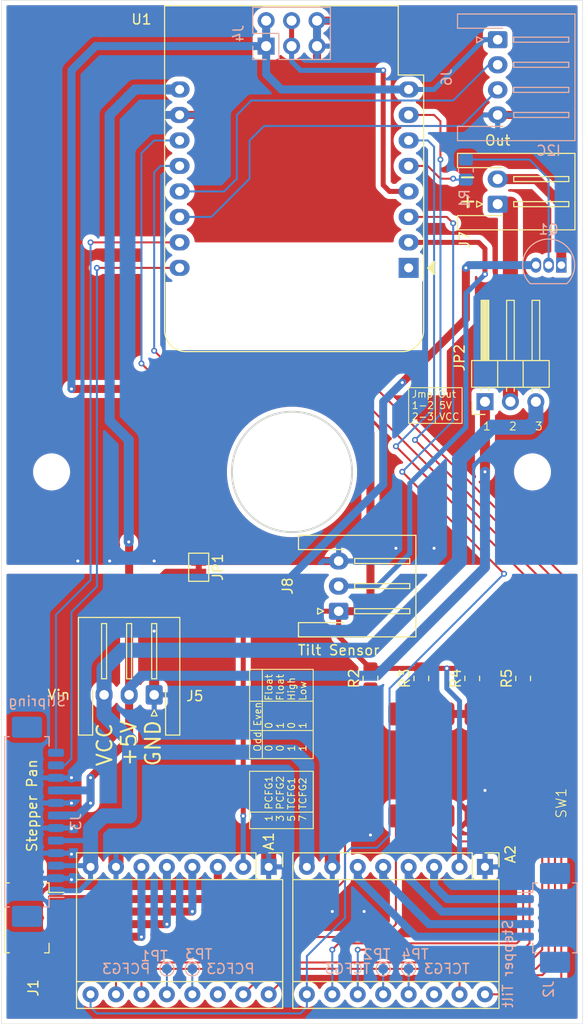
<source format=kicad_pcb>
(kicad_pcb
	(version 20240108)
	(generator "pcbnew")
	(generator_version "8.0")
	(general
		(thickness 1.6)
		(legacy_teardrops no)
	)
	(paper "A4")
	(layers
		(0 "F.Cu" signal)
		(31 "B.Cu" signal)
		(32 "B.Adhes" user "B.Adhesive")
		(33 "F.Adhes" user "F.Adhesive")
		(34 "B.Paste" user)
		(35 "F.Paste" user)
		(36 "B.SilkS" user "B.Silkscreen")
		(37 "F.SilkS" user "F.Silkscreen")
		(38 "B.Mask" user)
		(39 "F.Mask" user)
		(40 "Dwgs.User" user "User.Drawings")
		(41 "Cmts.User" user "User.Comments")
		(42 "Eco1.User" user "User.Eco1")
		(43 "Eco2.User" user "User.Eco2")
		(44 "Edge.Cuts" user)
		(45 "Margin" user)
		(46 "B.CrtYd" user "B.Courtyard")
		(47 "F.CrtYd" user "F.Courtyard")
		(48 "B.Fab" user)
		(49 "F.Fab" user)
		(50 "User.1" user)
		(51 "User.2" user)
		(52 "User.3" user)
		(53 "User.4" user)
		(54 "User.5" user)
		(55 "User.6" user)
		(56 "User.7" user)
		(57 "User.8" user)
		(58 "User.9" user)
	)
	(setup
		(pad_to_mask_clearance 0)
		(allow_soldermask_bridges_in_footprints no)
		(pcbplotparams
			(layerselection 0x00010fc_ffffffff)
			(plot_on_all_layers_selection 0x0000000_00000000)
			(disableapertmacros no)
			(usegerberextensions no)
			(usegerberattributes yes)
			(usegerberadvancedattributes yes)
			(creategerberjobfile yes)
			(dashed_line_dash_ratio 12.000000)
			(dashed_line_gap_ratio 3.000000)
			(svgprecision 4)
			(plotframeref no)
			(viasonmask no)
			(mode 1)
			(useauxorigin no)
			(hpglpennumber 1)
			(hpglpenspeed 20)
			(hpglpendiameter 15.000000)
			(pdf_front_fp_property_popups yes)
			(pdf_back_fp_property_popups yes)
			(dxfpolygonmode yes)
			(dxfimperialunits yes)
			(dxfusepcbnewfont yes)
			(psnegative no)
			(psa4output no)
			(plotreference yes)
			(plotvalue yes)
			(plotfptext yes)
			(plotinvisibletext no)
			(sketchpadsonfab no)
			(subtractmaskfromsilk no)
			(outputformat 1)
			(mirror no)
			(drillshape 1)
			(scaleselection 1)
			(outputdirectory "")
		)
	)
	(net 0 "")
	(net 1 "P_CFG0")
	(net 2 "Net-(A1-1A)")
	(net 3 "GNDPWR")
	(net 4 "Net-(A1-DIR)")
	(net 5 "Net-(A1-~{ENABLE})")
	(net 6 "Net-(A1-1B)")
	(net 7 "P_CFG2")
	(net 8 "Net-(A1-2B)")
	(net 9 "VCC")
	(net 10 "Net-(A1-2A)")
	(net 11 "P_CFG1")
	(net 12 "Net-(A1-STEP)")
	(net 13 "P_CFG3")
	(net 14 "unconnected-(A1-~{SLEEP}-Pad14)")
	(net 15 "VDD")
	(net 16 "T_CFG1")
	(net 17 "T_CFG3")
	(net 18 "T_CFG2")
	(net 19 "Net-(A2-DIR)")
	(net 20 "Net-(A2-2A)")
	(net 21 "unconnected-(A2-~{SLEEP}-Pad14)")
	(net 22 "Net-(A2-1A)")
	(net 23 "Net-(A2-2B)")
	(net 24 "T_CFG0")
	(net 25 "Net-(A2-1B)")
	(net 26 "Net-(A2-STEP)")
	(net 27 "Net-(J3-Pin_11)")
	(net 28 "+5V")
	(net 29 "Net-(J3-Pin_12)")
	(net 30 "Net-(J4-Pin_3)")
	(net 31 "GNDD")
	(net 32 "SCL")
	(net 33 "SDA")
	(net 34 "Net-(J7-Pin_2)")
	(net 35 "Net-(J7-Pin_1)")
	(net 36 "Net-(J8-Pin_2)")
	(net 37 "Net-(Q1-B)")
	(net 38 "Net-(U1-MISO{slash}D6)")
	(net 39 "Net-(R2-Pad1)")
	(net 40 "Net-(R3-Pad1)")
	(net 41 "Net-(R4-Pad1)")
	(net 42 "Net-(R5-Pad1)")
	(net 43 "unconnected-(U1-~{RST}-Pad1)")
	(footprint "Module:Pololu_Breakout-16_15.2x20.3mm" (layer "F.Cu") (at 99.06 137.16 -90))
	(footprint "Resistor_SMD:R_0805_2012Metric_Pad1.20x1.40mm_HandSolder" (layer "F.Cu") (at 102.87 118.38 90))
	(footprint "Connector_JST:JST_XH_S3B-XH-A-1_1x03_P2.50mm_Horizontal" (layer "F.Cu") (at 66.04 120.015 180))
	(footprint "Button_Switch_SMD:DIP_Switch_8_2.54_wide" (layer "F.Cu") (at 93.98 127 90))
	(footprint "MountingHole:MountingHole_3.2mm_M3" (layer "F.Cu") (at 55.8 97.8))
	(footprint "Resistor_SMD:R_0805_2012Metric_Pad1.20x1.40mm_HandSolder" (layer "F.Cu") (at 87.63 118.38 90))
	(footprint "Connector_JST:JST_XH_S3B-XH-A-1_1x03_P2.50mm_Horizontal" (layer "F.Cu") (at 84.455 111.68 90))
	(footprint "Resistor_SMD:R_0805_2012Metric_Pad1.20x1.40mm_HandSolder" (layer "F.Cu") (at 92.71 118.38 90))
	(footprint "Connector_JST:JST_XH_S2B-XH-A-1_1x02_P2.50mm_Horizontal" (layer "F.Cu") (at 100.33 71.12 90))
	(footprint "Connector_PinHeader_2.54mm:PinHeader_1x03_P2.54mm_Horizontal" (layer "F.Cu") (at 99.06 90.805 90))
	(footprint "Connector_Molex:Molex_PicoBlade_53261-0471_1x04-1MP_P1.25mm_Horizontal" (layer "F.Cu") (at 53.84 142.24 -90))
	(footprint "Resistor_SMD:R_0805_2012Metric_Pad1.20x1.40mm_HandSolder" (layer "F.Cu") (at 97.79 118.38 90))
	(footprint "MountingHole:MountingHole_3.2mm_M3" (layer "F.Cu") (at 103.8 97.8))
	(footprint "Module:Pololu_Breakout-16_15.2x20.3mm" (layer "F.Cu") (at 77.47 137.16 -90))
	(footprint "RF_Module:WEMOS_D1_mini_light" (layer "F.Cu") (at 91.44 77.47 180))
	(footprint "Jumper:SolderJumper-2_P1.3mm_Bridged_Pad1.0x1.5mm" (layer "F.Cu") (at 70.485 107.3 -90))
	(footprint "Connector_Molex:Molex_PicoBlade_53261-1271_1x12-1MP_P1.25mm_Horizontal" (layer "B.Cu") (at 53.84 132.665 90))
	(footprint "Connector_JST:JST_XH_S4B-XH-A-1_1x04_P2.50mm_Horizontal" (layer "B.Cu") (at 100.33 54.73 -90))
	(footprint "TestPoint:TestPoint_Pad_D1.0mm" (layer "B.Cu") (at 88.9 147.32 180))
	(footprint "Package_TO_SOT_THT:TO-92_Inline" (layer "B.Cu") (at 106.68 77.195 180))
	(footprint "TestPoint:TestPoint_Pad_D1.0mm" (layer "B.Cu") (at 67.31 147.32 180))
	(footprint "TestPoint:TestPoint_Pad_D1.0mm" (layer "B.Cu") (at 69.85 147.32 180))
	(footprint "TestPoint:TestPoint_Pad_D1.0mm" (layer "B.Cu") (at 91.44 147.32 180))
	(footprint "Connector_PinSocket_2.54mm:PinSocket_2x03_P2.54mm_Vertical" (layer "B.Cu") (at 77.216 55.372 -90))
	(footprint "Connector_Molex:Molex_PicoBlade_53261-0471_1x04-1MP_P1.25mm_Horizontal" (layer "B.Cu") (at 105.545 142.24 -90))
	(footprint "Resistor_SMD:R_0805_2012Metric_Pad1.20x1.40mm_HandSolder" (layer "B.Cu") (at 97.155 67.675 90))
	(gr_rect
		(start 75.565 127.635)
		(end 81.915 133.35)
		(stroke
			(width 0.1)
			(type default)
		)
		(fill none)
		(layer "F.SilkS")
		(uuid "2aa504f4-9783-4c0d-986b-84deeba9aee7")
	)
	(gr_line
		(start 75.565 123.571)
		(end 81.915 123.571)
		(stroke
			(width 0.1)
			(type default)
		)
		(layer "F.SilkS")
		(uuid "36794020-ed48-4fe2-b610-3f0c88027816")
	)
	(gr_line
		(start 94.107 92.964)
		(end 94.107 89.408)
		(stroke
			(width 0.1)
			(type default)
		)
		(layer "F.SilkS")
		(uuid "5307e6f1-7a7d-448c-8afa-224c6c2ec14a")
	)
	(gr_line
		(start 76.835 126.365)
		(end 76.835 117.475)
		(stroke
			(width 0.1)
			(type default)
		)
		(layer "F.SilkS")
		(uuid "66680edb-1fbb-46e5-a73f-49fbdae5243a")
	)
	(gr_rect
		(start 75.565 117.475)
		(end 81.915 126.365)
		(stroke
			(width 0.1)
			(type default)
		)
		(fill none)
		(layer "F.SilkS")
		(uuid "91666da9-aaed-4b0b-8842-385eafcccc65")
	)
	(gr_rect
		(start 91.44 89.408)
		(end 96.774 92.964)
		(stroke
			(width 0.1)
			(type default)
		)
		(fill none)
		(layer "F.SilkS")
		(uuid "ae4e6dc1-5927-4ce8-8675-002d3888d3d5")
	)
	(gr_line
		(start 81.915 120.65)
		(end 75.565 120.65)
		(stroke
			(width 0.1)
			(type default)
		)
		(layer "F.SilkS")
		(uuid "d68355e4-42e7-4dc3-86e8-bd94ae258806")
	)
	(gr_line
		(start 81.915 131.699)
		(end 75.565 131.699)
		(stroke
			(width 0.1)
			(type default)
		)
		(layer "F.SilkS")
		(uuid "f4cceb3b-5d05-413e-8d01-c26aa665d9a6")
	)
	(gr_rect
		(start 50.8 50.8)
		(end 108.8 152.8)
		(stroke
			(width 0.05)
			(type default)
		)
		(fill none)
		(layer "Edge.Cuts")
		(uuid "58ae5cd4-da74-41d6-9f27-89faf4ae9742")
	)
	(gr_circle
		(center 79.8 97.8)
		(end 85.8 97.8)
		(stroke
			(width 0.2)
			(type default)
		)
		(fill none)
		(layer "Edge.Cuts")
		(uuid "63f81585-30af-4b09-bf01-cfd9fea1b330")
	)
	(gr_text "Jmp Out\n1-2 5V\n2-3 VCC"
		(at 91.694 92.71 0)
		(layer "F.SilkS")
		(uuid "60df1528-9f61-47b7-a866-aa32fe5b40ac")
		(effects
			(font
				(size 0.7 0.7)
				(thickness 0.1)
			)
			(justify left bottom)
		)
	)
	(gr_text "VCC\n+5V\nGND"
		(at 66.802 127.254 90)
		(layer "F.SilkS")
		(uuid "721c3d67-0a67-44a3-906d-fbe44174cafa")
		(effects
			(font
				(size 1.5 1.5)
				(thickness 0.2)
			)
			(justify left bottom)
		)
	)
	(gr_text "1 PCFG1\n3 PCFG2\n5 TCFG1\n7 TCFG2"
		(at 81.28 132.715 90)
		(layer "F.SilkS")
		(uuid "8878e1c7-7f85-42c7-9388-683d0f8eaaca")
		(effects
			(font
				(size 0.7 0.7)
				(thickness 0.1)
			)
			(justify left bottom)
		)
	)
	(gr_text "-\n+"
		(at 96.266 71.628 0)
		(layer "F.SilkS")
		(uuid "8e621669-de37-4a30-b8b0-d04a11e50fcd")
		(effects
			(font
				(size 1.5 1.5)
				(thickness 0.2)
			)
			(justify left bottom)
		)
	)
	(gr_text "Odd Even \n0   0    Float\n0   1    Float\n1   0    High\n1   1    Low"
		(at 81.28 125.73 90)
		(layer "F.SilkS")
		(uuid "b105aa33-d4f3-479f-b946-b38b50a7c89a")
		(effects
			(font
				(size 0.7 0.7)
				(thickness 0.1)
			)
			(justify left bottom)
		)
	)
	(gr_text "1   2   3"
		(at 98.806 93.726 0)
		(layer "F.SilkS")
		(uuid "d815b1e3-72de-4565-8a8b-0a4e0eb7fe8e")
		(effects
			(font
				(size 0.8 0.8)
				(thickness 0.1)
			)
			(justify left bottom)
		)
	)
	(segment
		(start 69.85 147.32)
		(end 69.85 149.86)
		(width 0.2)
		(layer "B.Cu")
		(net 1)
		(uuid "1d5af9b9-7775-4858-819d-71559577e05e")
	)
	(segment
		(start 56.24 141.615)
		(end 69.84 141.615)
		(width 0.8)
		(layer "F.Cu")
		(net 2)
		(uuid "08bf6dc5-f0c9-4aaa-a14c-21fe35b0007e")
	)
	(segment
		(start 69.84 141.615)
		(end 69.85 141.605)
		(width 0.8)
		(layer "F.Cu")
		(net 2)
		(uuid "a6c6b623-6077-4597-8a2f-1551dc906833")
	)
	(via
		(at 69.85 141.605)
		(size 0.6)
		(drill 0.3)
		(layers "F.Cu" "B.Cu")
		(net 2)
		(uuid "1dc49637-095f-4608-98c6-a6dfa3b7dda3")
	)
	(segment
		(start 69.85 141.605)
		(end 69.85 137.16)
		(width 0.8)
		(layer "B.Cu")
		(net 2)
		(uuid "956b6311-19c4-4c5c-9c6a-1aaaf7b2733e")
	)
	(segment
		(start 102.87 132.08)
		(end 102.87 130.175)
		(width 0.8)
		(layer "F.Cu")
		(net 3)
		(uuid "0310fc28-91b0-4bf5-a849-6fd065503ab1")
	)
	(segment
		(start 87.63 132.08)
		(end 87.63 133.985)
		(width 0.8)
		(layer "F.Cu")
		(net 3)
		(uuid "049f0a79-6a12-458d-ab4b-be66c6877e68")
	)
	(segment
		(start 61.595 134.62)
		(end 57.785 134.62)
		(width 1.5)
		(layer "F.Cu")
		(net 3)
		(uuid "0dc6f9b7-b989-4eec-8b61-1891a178ac9f")
	)
	(segment
		(start 62.23 135.255)
		(end 61.595 134.62)
		(width 1.5)
		(layer "F.Cu")
		(net 3)
		(uuid "25d0d1c0-90f9-4adc-8320-1916af9155c8")
	)
	(segment
		(start 97.155 77.47)
		(end 97.155 82.55)
		(width 0.8)
		(layer "F.Cu")
		(net 3)
		(uuid "2b499e10-6aef-44f2-999f-6607a2b32105")
	)
	(segment
		(start 57.785 134.62)
		(end 57.785 138.43)
		(width 1)
		(layer "F.Cu")
		(net 3)
		(uuid "31fd4611-fad2-47f6-b8e3-481304cd5cbc")
	)
	(segment
		(start 82.55 134.62)
		(end 77.47 134.62)
		(width 1.5)
		(layer "F.Cu")
		(net 3)
		(uuid "37534951-1b6e-4bcf-933a-b57ff964b249")
	)
	(segment
		(start 97.155 82.55)
		(end 90.805 88.9)
		(width 0.8)
		(layer "F.Cu")
		(net 3)
		(uuid "4292265c-54e3-4ba6-9ef4-fbea69b6cb10")
	)
	(segment
		(start 62.23 137.16)
		(end 62.23 135.255)
		(width 1.5)
		(layer "F.Cu")
		(net 3)
		(uuid "473aa3bd-96f9-48ed-8304-ff490efd3ca6")
	)
	(segment
		(start 67.31 107.95)
		(end 70.485 107.95)
		(width 1)
		(layer "F.Cu")
		(net 3)
		(uuid "4a229946-400b-4f8d-a70e-53dadab94cad")
	)
	(segment
		(start 102.235 129.54)
		(end 97.79 129.54)
		(width 0.8)
		(layer "F.Cu")
		(net 3)
		(uuid "4faf2444-5b7a-4d78-bf09-6baab172372c")
	)
	(segment
		(start 77.47 134.62)
		(end 61.595 134.62)
		(width 1.5)
		(layer "F.Cu")
		(net 3)
		(uuid "67887d5a-e8f7-414a-8040-47cf72e66b9c")
	)
	(segment
		(start 83.82 137.16)
		(end 83.82 135.89)
		(width 1.5)
		(layer "F.Cu")
		(net 3)
		(uuid "688a7de3-30e0-466f-8369-f42921dbe3b3")
	)
	(segment
		(start 97.79 129.54)
		(end 92.71 129.54)
		(width 0.8)
		(layer "F.Cu")
		(net 3)
		(uuid "71842acd-7f41-41a0-958d-1ab59ff6adcd")
	)
	(segment
		(start 87.63 130.175)
		(end 87.63 132.08)
		(width 0.8)
		(layer "F.Cu")
		(net 3)
		(uuid "81a19648-4a17-418d-ad5e-fd2a34dec864")
	)
	(segment
		(start 57.785 128.27)
		(end 57.785 134.62)
		(width 1)
		(layer "F.Cu")
		(net 3)
		(uuid "85ff1091-543b-4cf9-85fc-fcc7a75b1911")
	)
	(segment
		(start 77.47 137.16)
		(end 77.47 134.62)
		(width 1.5)
		(layer "F.Cu")
		(net 3)
		(uuid "908fb36e-7474-4357-9741-208a55c0a5e2")
	)
	(segment
		(start 92.71 132.08)
		(end 92.71 129.54)
		(width 0.8)
		(layer "F.Cu")
		(net 3)
		(uuid "939bbc28-e0a2-427b-b98f-7568fc22e24d")
	)
	(segment
		(start 83.82 141.605)
		(end 86.995 141.605)
		(width 0.2)
		(layer "F.Cu")
		(net 3)
		(uuid "a2e70db6-9921-40ba-a202-80ddabcd3cb3")
	)
	(segment
		(start 66.04 109.22)
		(end 67.31 107.95)
		(width 1)
		(layer "F.Cu")
		(net 3)
		(uuid "c2442b8d-38d0-4fc0-8b40-e119d0b84131")
	)
	(segment
		(start 102.87 130.175)
		(end 102.235 129.54)
		(width 0.8)
		(layer "F.Cu")
		(net 3)
		(uuid "c3e0c73c-3080-4fe1-ac43-5c08e721fc67")
	)
	(segment
		(start 66.04 113.665)
		(end 66.04 109.22)
		(width 1)
		(layer "F.Cu")
		(net 3)
		(uuid "c85d2648-6218-468a-a6c5-b5b99af1a56b")
	)
	(segment
		(start 97.79 132.08)
		(end 97.79 129.54)
		(width 0.8)
		(layer "F.Cu")
		(net 3)
		(uuid "d541f0b7-afa5-463d-9d3f-ed7689d5418b")
	)
	(segment
		(start 83.82 135.89)
		(end 82.55 134.62)
		(width 1.5)
		(layer "F.Cu")
		(net 3)
		(uuid "d5f1644b-47b4-4e68-82f7-4cb82db83655")
	)
	(segment
		(start 92.71 129.54)
		(end 88.265 129.54)
		(width 0.8)
		(layer "F.Cu")
		(net 3)
		(uuid "eee02f5f-8b1b-4f1c-98ae-7df57a585b50")
	)
	(segment
		(start 88.265 129.54)
		(end 87.63 130.175)
		(width 0.8)
		(layer "F.Cu")
		(net 3)
		(uuid "ef2a3298-32e2-4191-a903-e492071ac7cc")
	)
	(segment
		(start 66.04 113.665)
		(end 66.04 120.015)
		(width 1)
		(layer "F.Cu")
		(net 3)
		(uuid "f23ac329-63fa-4ec3-b7a6-c8b431b07901")
	)
	(via
		(at 57.785 130.81)
		(size 0.6)
		(drill 0.3)
		(layers "F.Cu" "B.Cu")
		(net 3)
		(uuid "39069686-23c3-4306-907a-64ea02b228f2")
	)
	(via
		(at 90.805 88.9)
		(size 0.6)
		(drill 0.3)
		(layers "F.Cu" "B.Cu")
		(net 3)
		(uuid "4b777e93-01b7-498d-ba22-9d922154d48b")
	)
	(via
		(at 97.155 77.47)
		(size 0.6)
		(drill 0.3)
		(layers "F.Cu" "B.Cu")
		(net 3)
		(uuid "5d2d4902-17e1-4a36-ab79-0141b231711a")
	)
	(via
		(at 86.995 141.605)
		(size 0.6)
		(drill 0.3)
		(layers "F.Cu" "B.Cu")
		(net 3)
		(uuid "7324ac45-54e3-435f-9e3f-1be8278bb3f9")
	)
	(via
		(at 57.785 138.43)
		(size 0.6)
		(drill 0.3)
		(layers "F.Cu" "B.Cu")
		(net 3)
		(uuid "8cec1407-48be-4ca0-bae7-f360b4482cee")
	)
	(via
		(at 87.63 133.985)
		(size 0.6)
		(drill 0.3)
		(layers "F.Cu" "B.Cu")
		(net 3)
		(uuid "8eed5724-bb70-4275-9328-4f24ddfb783f")
	)
	(via
		(at 57.785 133.35)
		(size 0.6)
		(drill 0.3)
		(layers "F.Cu" "B.Cu")
		(net 3)
		(uuid "913e60f9-413f-4eb8-a748-4fc08c91fbda")
	)
	(via
		(at 57.785 128.27)
		(size 0.6)
		(drill 0.3)
		(layers "F.Cu" "B.Cu")
		(net 3)
		(uuid "9d88c56d-ef3d-47f7-8850-698d78305f63")
	)
	(via
		(at 66.04 113.665)
		(size 0.6)
		(drill 0.3)
		(layers "F.Cu" "B.Cu")
		(net 3)
		(uuid "bad2b47d-06e2-447a-adbb-368565bbdd1d")
	)
	(via
		(at 57.785 135.89)
		(size 0.6)
		(drill 0.3)
		(layers "F.Cu" "B.Cu")
		(net 3)
		(uuid "c6e8c1ac-4919-452f-8471-4a2180a66544")
	)
	(via
		(at 99.06 129.54)
		(size 0.6)
		(drill 0.3)
		(layers "F.Cu" "B.Cu")
		(net 3)
		(uuid "d64e5485-9c6b-4a0b-97c0-ab007a4e66a9")
	)
	(via
		(at 83.82 141.605)
		(size 0.6)
		(drill 0.3)
		(layers "F.Cu" "B.Cu")
		(net 3)
		(uuid "edf821f4-27e7-4342-b934-3743b4ce3065")
	)
	(segment
		(start 57.645 138.29)
		(end 57.785 138.43)
		(width 0.5)
		(layer "B.Cu")
		(net 3)
		(uuid "0f7fd936-b53d-49a3-bfd4-9bfcc0d3e85a")
	)
	(segment
		(start 85.09 133.985)
		(end 83.82 135.255)
		(width 0.8)
		(layer "B.Cu")
		(net 3)
		(uuid "2f0349c1-8c85-4629-aeb1-ea551205ac63")
	)
	(segment
		(start 97.43 77.195)
		(end 104.14 77.195)
		(width 0.8)
		(layer "B.Cu")
		(net 3)
		(uuid "3ab8ecb2-8c14-495a-bbb4-3784a0fa770f")
	)
	(segment
		(start 78.74 109.22)
		(end 88.9 99.06)
		(width 0.8)
		(layer "B.Cu")
		(net 3)
		(uuid "3e189bfd-e3ff-4b82-a142-17bb2f702b24")
	)
	(segment
		(start 71.755 113.665)
		(end 76.2 109.22)
		(width 0.8)
		(layer "B.Cu")
		(net 3)
		(uuid "5d67f1c2-754e-4355-9751-791bc1c0e464")
	)
	(segment
		(start 56.24 128.29)
		(end 57.765 128.29)
		(width 0.5)
		(layer "B.Cu")
		(net 3)
		(uuid "612ac27e-1ff2-46e0-ae82-714295d23c67")
	)
	(segment
		(start 56.24 135.79)
		(end 57.685 135.79)
		(width 0.5)
		(layer "B.Cu")
		(net 3)
		(uuid "6c1eb9b2-1e5f-4dcd-95ec-81aceb5be030")
	)
	(segment
		(start 66.04 113.665)
		(end 71.755 113.665)
		(width 0.8)
		(layer "B.Cu")
		(net 3)
		(uuid "72102c05-bf36-4238-abfd-0b752edc7a89")
	)
	(segment
		(start 83.82 135.255)
		(end 83.82 137.16)
		(width 0.8)
		(layer "B.Cu")
		(net 3)
		(uuid "7445a691-3682-45b2-81d2-e71826dec852")
	)
	(segment
		(start 87.63 133.985)
		(end 85.09 133.985)
		(width 0.8)
		(layer "B.Cu")
		(net 3)
		(uuid "8514752a-144e-4f5c-8591-910c89a2dca1")
	)
	(segment
		(start 76.2 109.22)
		(end 78.74 109.22)
		(width 0.8)
		(layer "B.Cu")
		(net 3)
		(uuid "8d5a7266-45fc-4ac7-9009-025bc9e5b7cc")
	)
	(segment
		(start 59.055 127)
		(end 57.785 128.27)
		(width 1)
		(layer "B.Cu")
		(net 3)
		(uuid "95c54a1b-f89a-446c-900c-901f884c0058")
	)
	(segment
		(start 66.04 113.665)
		(end 60.96 113.665)
		(width 1)
		(layer "B.Cu")
		(net 3)
		(uuid "9dd91c2f-4175-4170-a151-05c020167cdd")
	)
	(segment
		(start 57.765 130.79)
		(end 57.785 130.81)
		(width 0.5)
		(layer "B.Cu")
		(net 3)
		(uuid "9f24165e-3a34-426e-845d-2651aa1901ee")
	)
	(segment
		(start 60.96 113.665)
		(end 59.055 115.57)
		(width 1)
		(layer "B.Cu")
		(net 3)
		(uuid "a7c2d9ab-c5f3-4344-977a-b85d3056b101")
	)
	(segment
		(start 83.82 137.16)
		(end 83.82 141.605)
		(width 0.2)
		(layer "B.Cu")
		(net 3)
		(uuid "b858de11-0fbc-41e4-9300-25c1370f6e50")
	)
	(segment
		(start 56.24 133.29)
		(end 57.725 133.29)
		(width 0.5)
		(layer "B.Cu")
		(net 3)
		(uuid "c0bbf754-a29a-45ed-99b3-bf9cc6e2fb48")
	)
	(segment
		(start 56.24 130.79)
		(end 57.765 130.79)
		(width 0.5)
		(layer "B.Cu")
		(net 3)
		(uuid "c7c1bae4-9a5b-48f8-9c6a-2d2d08acaaea")
	)
	(segment
		(start 59.055 115.57)
		(end 59.055 127)
		(width 1)
		(layer "B.Cu")
		(net 3)
		(uuid "c9712548-757e-46df-b60e-65de7a8d2376")
	)
	(segment
		(start 56.24 138.29)
		(end 57.645 138.29)
		(width 0.5)
		(layer "B.Cu")
		(net 3)
		(uuid "dca8a67f-631b-48c5-845f-35e52a8ef58e")
	)
	(segment
		(start 57.685 135.79)
		(end 57.785 135.89)
		(width 0.5)
		(layer "B.Cu")
		(net 3)
		(uuid "de79dbe8-d149-46fe-91f5-b911f2cb9042")
	)
	(segment
		(start 97.155 77.47)
		(end 97.43 77.195)
		(width 0.8)
		(layer "B.Cu")
		(net 3)
		(uuid "ea77fcf8-90d6-4d18-8cdd-dd40d5138c98")
	)
	(segment
		(start 88.9 90.805)
		(end 90.805 88.9)
		(width 0.8)
		(layer "B.Cu")
		(net 3)
		(uuid "eb28f816-c322-4256-9315-c5104032c703")
	)
	(segment
		(start 57.765 128.29)
		(end 57.785 128.27)
		(width 0.5)
		(layer "B.Cu")
		(net 3)
		(uuid "f27e4f51-52aa-423a-8ad1-e1e882c64f71")
	)
	(segment
		(start 99.06 137.16)
		(end 99.06 129.54)
		(width 0.5)
		(layer "B.Cu")
		(net 3)
		(uuid "f45034e3-dcd7-413c-919a-0c53bf7f9060")
	)
	(segment
		(start 57.725 133.29)
		(end 57.785 133.35)
		(width 0.5)
		(layer "B.Cu")
		(net 3)
		(uuid "f69b103c-4cf2-447e-bc2f-f48877cf8f35")
	)
	(segment
		(start 88.9 99.06)
		(end 88.9 90.805)
		(width 0.8)
		(layer "B.Cu")
		(net 3)
		(uuid "ffc19c0a-5668-4968-82ce-fc2b8a3e4271")
	)
	(segment
		(start 77.47 149.86)
		(end 80.01 147.32)
		(width 0.2)
		(layer "F.Cu")
		(net 4)
		(uuid "4e8c30f2-c4e9-4bde-a908-7bc3ba25710f")
	)
	(segment
		(start 105.41 146.05)
		(end 105.41 109.22)
		(width 0.2)
		(layer "F.Cu")
		(net 4)
		(uuid "67d0815e-2ac7-43f2-9e04-71a8ec4d0313")
	)
	(segment
		(start 104.14 147.32)
		(end 105.41 146.05)
		(width 0.2)
		(layer "F.Cu")
		(net 4)
		(uuid "68d7da2c-3a23-45a3-b767-ada904f9695f")
	)
	(segment
		(start 65.405 87.63)
		(end 64.77 86.995)
		(width 0.2)
		(layer "F.Cu")
		(net 4)
		(uuid "89328bb2-66d0-4bc4-bf19-6ee4cf4bacfe")
	)
	(segment
		(start 83.82 87.63)
		(end 65.405 87.63)
		(width 0.2)
		(layer "F.Cu")
		(net 4)
		(uuid "cb42221c-0248-450d-b457-a8ad71b71c35")
	)
	(segment
		(start 83.82 87.63)
		(end 105.41 109.22)
		(width 0.2)
		(layer "F.Cu")
		(net 4)
		(uuid "d42ba648-abe0-4ee4-81e9-c727a03da317")
	)
	(segment
		(start 80.01 147.32)
		(end 104.14 147.32)
		(width 0.2)
		(layer "F.Cu")
		(net 4)
		(uuid "e7578f33-574e-4dc4-955e-78ac1cd71692")
	)
	(via
		(at 64.77 86.995)
		(size 0.6)
		(drill 0.3)
		(layers "F.Cu" "B.Cu")
		(net 4)
		(uuid "bb3840f6-973f-4dfd-a6ee-3d77ccb97c6c")
	)
	(segment
		(start 68.58 64.77)
		(end 66.04 64.77)
		(width 0.2)
		(layer "B.Cu")
		(net 4)
		(uuid "00b4b04b-63b5-41ff-b48c-dfb02f42833d")
	)
	(segment
		(start 64.77 66.04)
		(end 64.77 86.995)
		(width 0.2)
		(layer "B.Cu")
		(net 4)
		(uuid "04ae4c53-7134-4930-83ed-96d957ec86e3")
	)
	(segment
		(start 66.04 64.77)
		(end 64.77 66.04)
		(width 0.2)
		(layer "B.Cu")
		(net 4)
		(uuid "bab6ccee-049c-4b9e-9561-be920c20d1b4")
	)
	(segment
		(start 95.25 72.39)
		(end 91.44 72.39)
		(width 0.2)
		(layer "F.Cu")
		(net 5)
		(uuid "534260f4-c4bf-4959-a6c9-3162ac2f45be")
	)
	(segment
		(start 95.885 73.025)
		(end 95.25 72.39)
		(width 0.2)
		(layer "F.Cu")
		(net 5)
		(uuid "89113b00-4898-47cb-9f59-6718de0f0a0f")
	)
	(segment
		(start 100.965 107.95)
		(end 90.805 97.79)
		(width 0.2)
		(layer "F.Cu")
		(net 5)
		(uuid "a01d3894-13d4-4e7c-a24b-784974ca875a")
	)
	(via
		(at 100.965 107.95)
		(size 0.6)
		(drill 0.3)
		(layers "F.Cu" "B.Cu")
		(net 5)
		(uuid "1038bf71-5676-45eb-8236-9ceeefb8d980")
	)
	(via
		(at 90.805 97.79)
		(size 0.6)
		(drill 0.3)
		(layers "F.Cu" "B.Cu")
		(net 5)
		(uuid "f26ebd77-9d64-4e3e-b86e-6d285e323a37")
	)
	(via
		(at 95.885 73.025)
		(size 0.6)
		(drill 0.3)
		(layers "F.Cu" "B.Cu")
		(net 5)
		(uuid "f81323ee-d951-48a2-9f2b-9d37bf91b3c7")
	)
	(segment
		(start 81.28 149.86)
		(end 81.28 146.05)
		(width 0.2)
		(layer "B.Cu")
		(net 5)
		(uuid "17124a2d-3a4e-4af1-b7ad-f7c6c80946f5")
	)
	(segment
		(start 81.28 151.13)
		(end 80.645 151.765)
		(width 0.2)
		(layer "B.Cu")
		(net 5)
		(uuid "351bba7f-872d-45eb-8952-3322fe2d1b80")
	)
	(segment
		(start 88.265 135.255)
		(end 89.535 133.985)
		(width 0.2)
		(layer "B.Cu")
		(net 5)
		(uuid "645fb53a-190b-4702-a7c2-68ff0350c545")
	)
	(segment
		(start 60.325 151.765)
		(end 59.69 151.13)
		(width 0.2)
		(layer "B.Cu")
		(net 5)
		(uuid "729112d5-a4ec-4184-9bcf-70d49f506d82")
	)
	(segment
		(start 81.28 146.05)
		(end 85.09 142.24)
		(width 0.2)
		(layer "B.Cu")
		(net 5)
		(uuid "8f01a6ff-c79c-4ec8-9d9c-c05191a9caf4")
	)
	(segment
		(start 81.28 149.86)
		(end 81.28 151.13)
		(width 0.2)
		(layer "B.Cu")
		(net 5)
		(uuid "8f043683-5f56-406b-b0d3-347acc5d9aaa")
	)
	(segment
		(start 89.535 133.985)
		(end 89.535 119.38)
		(width 0.2)
		(layer "B.Cu")
		(net 5)
		(uuid "91cd30f5-a4cf-4000-9f28-3e6508aec53a")
	)
	(segment
		(start 85.09 142.24)
		(end 85.09 135.89)
		(width 0.2)
		(layer "B.Cu")
		(net 5)
		(uuid "b07e6dda-16d3-4649-acf1-5eeed0c55095")
	)
	(segment
		(start 59.69 151.13)
		(end 59.69 149.86)
		(width 0.2)
		(layer "B.Cu")
		(net 5)
		(uuid "b31b1475-d122-4179-b725-dccea801a7b3")
	)
	(segment
		(start 80.645 151.765)
		(end 60.325 151.765)
		(width 0.2)
		(layer "B.Cu")
		(net 5)
		(uuid "ce331120-0b63-4dbf-9814-866f45e9fa56")
	)
	(segment
		(start 95.885 92.71)
		(end 95.885 73.025)
		(width 0.2)
		(layer "B.Cu")
		(net 5)
		(uuid "d06eec8d-1a85-40a0-abba-b41b3714314a")
	)
	(segment
		(start 85.09 135.89)
		(end 85.725 135.255)
		(width 0.2)
		(layer "B.Cu")
		(net 5)
		(uuid "d08636bf-f881-4ab4-b777-24c265496dea")
	)
	(segment
		(start 95.885 92.71)
		(end 90.805 97.79)
		(width 0.2)
		(layer "B.Cu")
		(net 5)
		(uuid "d77c1e6c-9c17-4756-8d53-aac979f97d33")
	)
	(segment
		(start 85.725 135.255)
		(end 88.265 135.255)
		(width 0.2)
		(layer "B.Cu")
		(net 5)
		(uuid "e6054296-b3f8-41b6-8376-10f49fc34005")
	)
	(segment
		(start 89.535 119.38)
		(end 100.965 107.95)
		(width 0.2)
		(layer "B.Cu")
		(net 5)
		(uuid "f73e3a65-7398-4ba6-84ea-7e6f9500b2fa")
	)
	(segment
		(start 71.725 140.365)
		(end 72.39 139.7)
		(width 0.8)
		(layer "F.Cu")
		(net 6)
		(uuid "21b8ea35-e4b4-4639-af0a-c77151657e5d")
	)
	(segment
		(start 72.39 139.7)
		(end 72.39 137.16)
		(width 0.8)
		(layer "F.Cu")
		(net 6)
		(uuid "737a7321-98ab-428b-9368-ee4c433541ff")
	)
	(segment
		(start 56.24 140.365)
		(end 71.725 140.365)
		(width 0.8)
		(layer "F.Cu")
		(net 6)
		(uuid "c7c431de-f03e-4d03-b046-5be31e1ffd3a")
	)
	(segment
		(start 64.77 149.86)
		(end 64.77 148.59)
		(width 0.2)
		(layer "F.Cu")
		(net 7)
		(uuid "05282049-229c-4df0-986e-55fbc225cb26")
	)
	(segment
		(start 66.04 147.32)
		(end 75.565 147.32)
		(width 0.2)
		(layer "F.Cu")
		(net 7)
		(uuid "3af79920-7dfd-4107-9763-8f4a794431c3")
	)
	(segment
		(start 90.17 142.875)
		(end 90.17 132.08)
		(width 0.2)
		(layer "F.Cu")
		(net 7)
		(uuid "3da8324f-8949-4ac2-8898-6dbbaca24e8e")
	)
	(segment
		(start 88.9 144.145)
		(end 90.17 142.875)
		(width 0.2)
		(layer "F.Cu")
		(net 7)
		(uuid "77faf82c-c80c-4ff0-bde9-4032f168ad82")
	)
	(segment
		(start 64.77 148.59)
		(end 66.04 147.32)
		(width 0.2)
		(layer "F.Cu")
		(net 7)
		(uuid "cc038d2f-b1ae-4628-817d-0f07652e0c57")
	)
	(segment
		(start 78.74 144.145)
		(end 88.9 144.145)
		(width 0.2)
		(layer "F.Cu")
		(net 7)
		(uuid "dea52844-688b-4a00-a230-b11366904f1c")
	)
	(segment
		(start 75.565 147.32)
		(end 78.74 144.145)
		(width 0.2)
		(layer "F.Cu")
		(net 7)
		(uuid "dfb49ba3-7be0-4d83-8f58-26259d80a8e3")
	)
	(segment
		(start 64.77 144.145)
		(end 64.74 144.115)
		(width 0.8)
		(layer "F.Cu")
		(net 8)
		(uuid "3e5289e0-5b4b-4e24-8725-866dc330ca59")
	)
	(segment
		(start 56.24 144.115)
		(end 64.74 144.115)
		(width 0.8)
		(layer "F.Cu")
		(net 8)
		(uuid "8ead0039-9a35-4920-9466-d65d79402d16")
	)
	(via
		(at 64.77 144.145)
		(size 0.6)
		(drill 0.3)
		(layers "F.Cu" "B.Cu")
		(net 8)
		(uuid "e41b676a-d5d8-4cb8-ada7-0f4e607083db")
	)
	(segment
		(start 64.77 137.16)
		(end 64.77 144.145)
		(width 0.8)
		(layer "B.Cu")
		(net 8)
		(uuid "5efe1309-a8ae-42eb-9019-97f1660e5a60")
	)
	(segment
		(start 63.58 125.73)
		(end 63.58 132.08)
		(width 1.5)
		(layer "B.Cu")
		(net 9)
		(uuid "01633abd-67ee-4830-8066-a683a626dbfd")
	)
	(segment
		(start 62.865 115.57)
		(end 87.63 115.57)
		(width 1.5)
		(layer "B.Cu")
		(net 9)
		(uuid "128dea3a-48af-4dc8-a9fd-2f1891e6b95f")
	)
	(segment
		(start 103.505 93.345)
		(end 104.14 92.71)
		(width 1.5)
		(layer "B.Cu")
		(net 9)
		(uuid "1cafe337-bdfd-48fc-9f30-c121a9276452")
	)
	(segment
		(start 80.01 125.73)
		(end 63.58 125.73)
		(width 1.5)
		(layer "B.Cu")
		(net 9)
		(uuid "24869737-99de-4019-8729-755c529ff3f6")
	)
	(segment
		(start 81.28 137.16)
		(end 81.28 127)
		(width 1.5)
		(layer "B.Cu")
		(net 9)
		(uuid "2aaffc12-ac49-4faf-999d-52b1861daf34")
	)
	(segment
		(start 61.04 120.015)
		(end 61.04 117.395)
		(width 1.5)
		(layer "B.Cu")
		(net 9)
		(uuid "2ba6da8d-fc69-49f0-91e1-a79ce3bff332")
	)
	(segment
		(start 59.69 133.35)
		(end 59.61 134.54)
		(width 0.5)
		(layer "B.Cu")
		(net 9)
		(uuid "3693512c-715f-4ff3-af55-8c2611ffd564")
	)
	(segment
		(start 59.57 137.04)
		(end 59.69 137.16)
		(width 0.5)
		(layer "B.Cu")
		(net 9)
		(uuid "3bce6512-e94c-45df-a7cc-54316db6bfa7")
	)
	(segment
		(start 60.96 132.08)
		(end 63.58 132.08)
		(width 1.5)
		(layer "B.Cu")
		(net 9)
		(uuid "3cd2c66c-860e-46ce-8320-db276e870662")
	)
	(segment
		(start 59.69 138.43)
		(end 59.69 137.16)
		(width 0.5)
		(layer "B.Cu")
		(net 9)
		(uuid "3f09b25d-fc29-4224-9383-d828f844aa33")
	)
	(segment
		(start 96.52 106.68)
		(end 96.52 96.52)
		(width 1.5)
		(layer "B.Cu")
		(net 9)
		(uuid "42d78d78-d66d-472a-8cdd-a7d55e7cd2ee")
	)
	(segment
		(start 59.61 134.54)
		(end 56.24 134.54)
		(width 0.5)
		(layer "B.Cu")
		(net 9)
		(uuid "4cd8bcab-c4aa-4b16-9f5a-5c9b32c350b1")
	)
	(segment
		(start 56.24 137.04)
		(end 59.57 137.04)
		(width 0.5)
		(layer "B.Cu")
		(net 9)
		(uuid "63ab950d-ab85-4480-ba9a-7806a0e9849b")
	)
	(segment
		(start 59.69 137.16)
		(end 59.69 133.35)
		(width 1.5)
		(layer "B.Cu")
		(net 9)
		(uuid "6aba3c1a-807b-4893-92fc-3f86e487e8dc")
	)
	(segment
		(start 59.69 133.35)
		(end 60.96 132.08)
		(width 1.5)
		(layer "B.Cu")
		(net 9)
		(uuid "6c9afc03-2fa1-44fd-b171-6c96507e3837")
	)
	(segment
		(start 61.04 122)
		(end 63.58 124.54)
		(width 1.5)
		(layer "B.Cu")
		(net 9)
		(uuid "6cd3b375-e1b2-4453-9cd2-65cde2ad9a23")
	)
	(segment
		(start 87.63 115.57)
		(end 96.52 106.68)
		(width 1.5)
		(layer "B.Cu")
		(net 9)
		(uuid "76981bd0-d791-490f-b00f-301ecf9dddd9")
	)
	(segment
		(start 58.58 139.54)
		(end 59.69 138.43)
		(width 0.5)
		(layer "B.Cu")
		(net 9)
		(uuid "78eb2d5f-1749-42b1-8598-73cca6bab455")
	)
	(segment
		(start 104.14 92.71)
		(end 104.14 90.805)
		(width 1.5)
		(layer "B.Cu")
		(net 9)
		(uuid "8250bffb-cd70-42bb-b870-8185a44ef1ee")
	)
	(segment
		(start 81.28 127)
		(end 80.01 125.73)
		(width 1.5)
		(layer "B.Cu")
		(net 9)
		(uuid "897d1352-162d-4274-990c-be33a207f5a7")
	)
	(segment
		(start 61.04 120.015)
		(end 61.04 122)
		(width 1.5)
		(layer "B.Cu")
		(net 9)
		(uuid "a63fda55-7ddc-45b9-84f2-97544baa70cd")
	)
	(segment
		(start 99.695 93.345)
		(end 103.505 93.345)
		(width 1.5)
		(layer "B.Cu")
		(net 9)
		(uuid "b15d5074-3eca-4d97-9741-14f009a8c094")
	)
	(segment
		(start 63.58 124.54)
		(end 63.58 125.73)
		(width 1.5)
		(layer "B.Cu")
		(net 9)
		(uuid "bad2c2cb-b765-4143-8f3c-476598f8f9e6")
	)
	(segment
		(start 96.52 96.52)
		(end 99.695 93.345)
		(width 1.5)
		(layer "B.Cu")
		(net 9)
		(uuid "ceb1f562-063e-4642-82f4-7abb03c0873d")
	)
	(segment
		(start 61.04 117.395)
		(end 62.865 115.57)
		(width 1.5)
		(layer "B.Cu")
		(net 9)
		(uuid "d8daf216-a829-4189-986b-4865a2ad9b13")
	)
	(segment
		(start 56.24 139.54)
		(end 58.58 139.54)
		(width 0.5)
		(layer "B.Cu")
		(net 9)
		(uuid "e7374790-9eed-43aa-befb-90d6e500e5ae")
	)
	(segment
		(start 56.24 142.865)
		(end 67.3 142.865)
		(width 0.8)
		(layer "F.Cu")
		(net 10)
		(uuid "d01f3f6e-641e-40e3-aae7-1dd707d0c2e6")
	)
	(segment
		(start 67.3 142.865)
		(end 67.31 142.875)
		(width 0.8)
		(layer "F.Cu")
		(net 10)
		(uuid "d9aa2147-b7d8-482a-a7a4-3ad62a0e234e")
	)
	(via
		(at 67.31 142.875)
		(size 0.6)
		(drill 0.3)
		(layers "F.Cu" "B.Cu")
		(net 10)
		(uuid "ba488db8-4a13-4319-a95b-ea0ccda13c70")
	)
	(segment
		(start 67.31 142.875)
		(end 67.31 137.16)
		(width 0.8)
		(layer "B.Cu")
		(net 10)
		(uuid "f35b5ce8-3a0e-42ad-8af7-baa0f8185279")
	)
	(segment
		(start 62.23 147.955)
		(end 62.23 149.86)
		(width 0.2)
		(layer "F.Cu")
		(net 11)
		(uuid "30a8aaa6-99ae-400a-a4e7-e3edda3caacb")
	)
	(segment
		(start 85.09 138.43)
		(end 80.01 143.51)
		(width 0.2)
		(layer "F.Cu")
		(net 11)
		(uuid "50f88bbe-4179-400c-8b27-7b8d8e0b28e2")
	)
	(segment
		(start 78.105 143.51)
		(end 74.93 146.685)
		(width 0.2)
		(layer "F.Cu")
		(net 11)
		(uuid "546b6b69-fa65-4312-94db-f656ce382022")
	)
	(segment
		(start 63.5 146.685)
		(end 62.23 147.955)
		(width 0.2)
		(layer "F.Cu")
		(net 11)
		(uuid "6952334f-b713-4db2-bc9a-d6d19e4bdd20")
	)
	(segment
		(start 80.01 143.51)
		(end 78.105 143.51)
		(width 0.2)
		(layer "F.Cu")
		(net 11)
		(uuid "6d091535-6974-4907-8eea-fe2e7081f80f")
	)
	(segment
		(start 85.09 132.08)
		(end 85.09 138.43)
		(width 0.2)
		(layer "F.Cu")
		(net 11)
		(uuid "bd047ca9-09cb-43ae-b455-1e4a2420cad9")
	)
	(segment
		(start 74.93 146.685)
		(end 63.5 146.685)
		(width 0.2)
		(layer "F.Cu")
		(net 11)
		(uuid "e30992e9-f81a-4f09-bc09-5297c8960a0d")
	)
	(segment
		(start 78.105 146.685)
		(end 74.93 149.86)
		(width 0.2)
		(layer "F.Cu")
		(net 12)
		(uuid "37af8f7a-2c3e-476e-aaad-e86bf8b5cd6f")
	)
	(segment
		(start 104.775 109.855)
		(end 90.17 95.25)
		(width 0.2)
		(layer "F.Cu")
		(net 12)
		(uuid "8ac82971-eaa2-496a-96c6-93f7733b5c8e")
	)
	(segment
		(start 104.775 109.855)
		(end 104.775 145.415)
		(width 0.2)
		(layer "F.Cu")
		(net 12)
		(uuid "8d80aaa5-0e30-4014-8c84-4ef5ea07c64b")
	)
	(segment
		(start 103.505 146.685)
		(end 78.105 146.685)
		(width 0.2)
		(layer "F.Cu")
		(net 12)
		(uuid "a92cbfe1-590c-41de-93d3-392562adfde9")
	)
	(segment
		(start 104.775 145.415)
		(end 103.505 146.685)
		(width 0.2)
		(layer "F.Cu")
		(net 12)
		(uuid "efb7c1fd-2edb-4fd5-8f81-e763573d2688")
	)
	(via
		(at 90.17 95.25)
		(size 0.6)
		(drill 0.3)
		(layers "F.Cu" "B.Cu")
		(net 12)
		(uuid "43e67397-07b6-4453-9045-5e9348cff604")
	)
	(segment
		(start 90.17 95.25)
		(end 93.98 91.44)
		(width 0.2)
		(layer "B.Cu")
		(net 12)
		(uuid "316b8430-9e32-4865-aed6-91ea1f36264f")
	)
	(segmen
... [299151 chars truncated]
</source>
